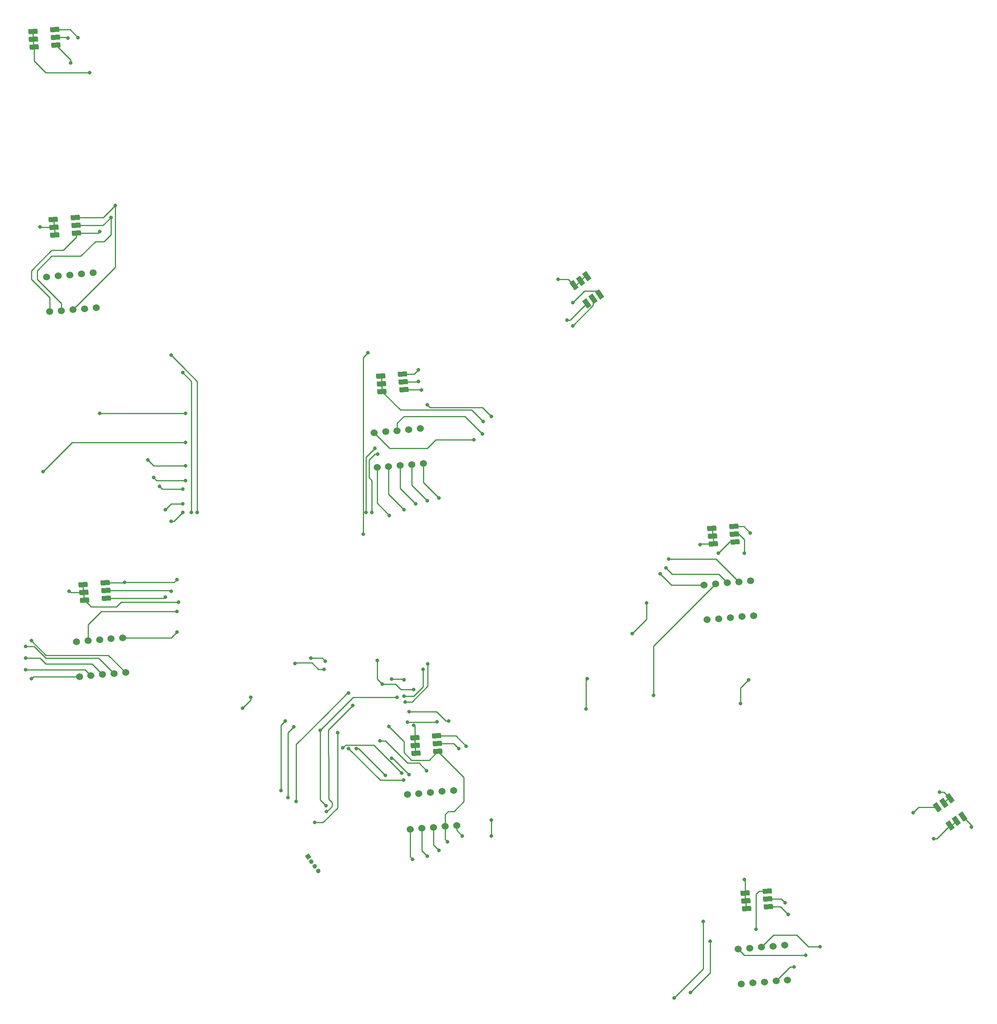
<source format=gbr>
%TF.GenerationSoftware,KiCad,Pcbnew,7.0.10-7.0.10~ubuntu22.04.1*%
%TF.CreationDate,2025-04-20T11:22:11+07:00*%
%TF.ProjectId,catan100,63617461-6e31-4303-902e-6b696361645f,rev?*%
%TF.SameCoordinates,Original*%
%TF.FileFunction,Copper,L1,Top*%
%TF.FilePolarity,Positive*%
%FSLAX46Y46*%
G04 Gerber Fmt 4.6, Leading zero omitted, Abs format (unit mm)*
G04 Created by KiCad (PCBNEW 7.0.10-7.0.10~ubuntu22.04.1) date 2025-04-20 11:22:11*
%MOMM*%
%LPD*%
G01*
G04 APERTURE LIST*
G04 Aperture macros list*
%AMHorizOval*
0 Thick line with rounded ends*
0 $1 width*
0 $2 $3 position (X,Y) of the first rounded end (center of the circle)*
0 $4 $5 position (X,Y) of the second rounded end (center of the circle)*
0 Add line between two ends*
20,1,$1,$2,$3,$4,$5,0*
0 Add two circle primitives to create the rounded ends*
1,1,$1,$2,$3*
1,1,$1,$4,$5*%
%AMRotRect*
0 Rectangle, with rotation*
0 The origin of the aperture is its center*
0 $1 length*
0 $2 width*
0 $3 Rotation angle, in degrees counterclockwise*
0 Add horizontal line*
21,1,$1,$2,0,0,$3*%
G04 Aperture macros list end*
%TA.AperFunction,SMDPad,CuDef*%
%ADD10RotRect,1.100000X2.000000X35.000000*%
%TD*%
%TA.AperFunction,SMDPad,CuDef*%
%ADD11RotRect,1.100000X2.000000X95.000000*%
%TD*%
%TA.AperFunction,ComponentPad*%
%ADD12C,1.524000*%
%TD*%
%TA.AperFunction,ComponentPad*%
%ADD13RotRect,1.000000X1.000000X215.000000*%
%TD*%
%TA.AperFunction,ComponentPad*%
%ADD14HorizOval,1.000000X0.000000X0.000000X0.000000X0.000000X0*%
%TD*%
%TA.AperFunction,ViaPad*%
%ADD15C,0.800000*%
%TD*%
%TA.AperFunction,Conductor*%
%ADD16C,0.250000*%
%TD*%
G04 APERTURE END LIST*
D10*
%TO.P,D8,1,RK*%
%TO.N,Net-(D7-BK)*%
X189779375Y-79354955D03*
%TO.P,D8,2,GK*%
X188386817Y-80330035D03*
%TO.P,D8,3,BK*%
X186994258Y-81305115D03*
%TO.P,D8,4,BA*%
%TO.N,Net-(D2-BA)*%
X189747425Y-85237045D03*
%TO.P,D8,5,GA*%
%TO.N,Net-(D2-GA)*%
X191139983Y-84261965D03*
%TO.P,D8,6,RA*%
%TO.N,Net-(D2-RA)*%
X192532542Y-83286885D03*
%TD*%
D11*
%TO.P,D7,1,RK*%
%TO.N,Net-(D7-BK)*%
X68885768Y-25998443D03*
%TO.P,D7,2,GK*%
X69033933Y-27691974D03*
%TO.P,D7,3,BK*%
X69182097Y-29385505D03*
%TO.P,D7,4,BA*%
%TO.N,Net-(D1-BA)*%
X73963832Y-28967157D03*
%TO.P,D7,5,GA*%
%TO.N,Net-(D1-GA)*%
X73815667Y-27273626D03*
%TO.P,D7,6,RA*%
%TO.N,Net-(D1-RA)*%
X73667503Y-25580095D03*
%TD*%
%TO.P,D2,1,RK*%
%TO.N,Net-(D1-BK)*%
X79876465Y-146569948D03*
%TO.P,D2,2,GK*%
X80024630Y-148263479D03*
%TO.P,D2,3,BK*%
X80172794Y-149957010D03*
%TO.P,D2,4,BA*%
%TO.N,Net-(D2-BA)*%
X84954529Y-149538662D03*
%TO.P,D2,5,GA*%
%TO.N,Net-(D2-GA)*%
X84806364Y-147845131D03*
%TO.P,D2,6,RA*%
%TO.N,Net-(D2-RA)*%
X84658200Y-146151600D03*
%TD*%
%TO.P,D6,1,RK*%
%TO.N,Net-(D5-BK)*%
X224308368Y-213755243D03*
%TO.P,D6,2,GK*%
X224456533Y-215448774D03*
%TO.P,D6,3,BK*%
X224604697Y-217142305D03*
%TO.P,D6,4,BA*%
%TO.N,Net-(D2-BA)*%
X229386432Y-216723957D03*
%TO.P,D6,5,GA*%
%TO.N,Net-(D2-GA)*%
X229238267Y-215030426D03*
%TO.P,D6,6,RA*%
%TO.N,Net-(D2-RA)*%
X229090103Y-213336895D03*
%TD*%
D12*
%TO.P,U4,1,e*%
%TO.N,Net-(D1-BA)*%
X143988394Y-121027453D03*
%TO.P,U4,2,d*%
%TO.N,Net-(D1-GA)*%
X146518729Y-120806077D03*
%TO.P,U4,3,c*%
%TO.N,Net-(D1-RA)*%
X149049063Y-120584702D03*
%TO.P,U4,4,g*%
%TO.N,Net-(D2-BA)*%
X151579398Y-120363326D03*
%TO.P,U4,5,dp*%
%TO.N,Net-(D2-GA)*%
X154109732Y-120141951D03*
%TO.P,U4,6,b*%
%TO.N,Net-(U1-GRID7)*%
X153445606Y-112550947D03*
%TO.P,U4,7,a*%
%TO.N,Net-(D2-RA)*%
X150915271Y-112772323D03*
%TO.P,U4,8,b*%
%TO.N,Net-(D9-RA)*%
X148384937Y-112993698D03*
%TO.P,U4,9,g*%
%TO.N,Net-(U1-GRID8)*%
X145854602Y-113215074D03*
%TO.P,U4,10,f*%
%TO.N,Net-(D9-BA)*%
X143324268Y-113436449D03*
%TD*%
D11*
%TO.P,D1,1,RK*%
%TO.N,Net-(D1-BK)*%
X73356168Y-66994043D03*
%TO.P,D1,2,GK*%
X73504333Y-68687574D03*
%TO.P,D1,3,BK*%
X73652497Y-70381105D03*
%TO.P,D1,4,BA*%
%TO.N,Net-(D1-BA)*%
X78434232Y-69962757D03*
%TO.P,D1,5,GA*%
%TO.N,Net-(D1-GA)*%
X78286067Y-68269226D03*
%TO.P,D1,6,RA*%
%TO.N,Net-(D1-RA)*%
X78137903Y-66575695D03*
%TD*%
D12*
%TO.P,U6,1,e*%
%TO.N,Net-(D1-BA)*%
X216018588Y-154196306D03*
%TO.P,U6,2,d*%
%TO.N,Net-(D1-GA)*%
X218548923Y-153974930D03*
%TO.P,U6,3,c*%
%TO.N,Net-(D1-RA)*%
X221079257Y-153753555D03*
%TO.P,U6,4,g*%
%TO.N,Net-(D2-BA)*%
X223609592Y-153532179D03*
%TO.P,U6,5,dp*%
%TO.N,Net-(D2-GA)*%
X226139926Y-153310804D03*
%TO.P,U6,6,b*%
%TO.N,Net-(U1-GRID3)*%
X225475800Y-145719800D03*
%TO.P,U6,7,a*%
%TO.N,Net-(D2-RA)*%
X222945465Y-145941176D03*
%TO.P,U6,8,b*%
%TO.N,Net-(D9-RA)*%
X220415131Y-146162551D03*
%TO.P,U6,9,g*%
%TO.N,Net-(U1-GRID4)*%
X217884796Y-146383927D03*
%TO.P,U6,10,f*%
%TO.N,Net-(D9-BA)*%
X215354462Y-146605302D03*
%TD*%
%TO.P,U7,1,e*%
%TO.N,Net-(D1-BA)*%
X223435388Y-233596706D03*
%TO.P,U7,2,d*%
%TO.N,Net-(D1-GA)*%
X225965723Y-233375330D03*
%TO.P,U7,3,c*%
%TO.N,Net-(D1-RA)*%
X228496057Y-233153955D03*
%TO.P,U7,4,g*%
%TO.N,Net-(D2-BA)*%
X231026392Y-232932579D03*
%TO.P,U7,5,dp*%
%TO.N,Net-(D2-GA)*%
X233556726Y-232711204D03*
%TO.P,U7,6,b*%
%TO.N,Net-(U1-GRID1)*%
X232892600Y-225120200D03*
%TO.P,U7,7,a*%
%TO.N,Net-(D2-RA)*%
X230362265Y-225341576D03*
%TO.P,U7,8,b*%
%TO.N,Net-(D9-RA)*%
X227831931Y-225562951D03*
%TO.P,U7,9,g*%
%TO.N,Net-(U1-GRID2)*%
X225301596Y-225784327D03*
%TO.P,U7,10,f*%
%TO.N,Net-(D9-BA)*%
X222771262Y-226005702D03*
%TD*%
%TO.P,U2,1,e*%
%TO.N,Net-(D1-BA)*%
X72575123Y-87071330D03*
%TO.P,U2,2,d*%
%TO.N,Net-(D1-GA)*%
X75105458Y-86849954D03*
%TO.P,U2,3,c*%
%TO.N,Net-(D1-RA)*%
X77635792Y-86628579D03*
%TO.P,U2,4,g*%
%TO.N,Net-(D2-BA)*%
X80166127Y-86407203D03*
%TO.P,U2,5,dp*%
%TO.N,Net-(D2-GA)*%
X82696461Y-86185828D03*
%TO.P,U2,6,b*%
%TO.N,Net-(U1-GRID11)*%
X82032335Y-78594824D03*
%TO.P,U2,7,a*%
%TO.N,Net-(D2-RA)*%
X79502000Y-78816200D03*
%TO.P,U2,8,b*%
%TO.N,Net-(D9-RA)*%
X76971666Y-79037575D03*
%TO.P,U2,9,g*%
%TO.N,Net-(U1-GRID12)*%
X74441331Y-79258951D03*
%TO.P,U2,10,f*%
%TO.N,Net-(D9-BA)*%
X71910997Y-79480326D03*
%TD*%
D11*
%TO.P,D3,1,RK*%
%TO.N,Net-(D3-BK)*%
X144780968Y-101080843D03*
%TO.P,D3,2,GK*%
X144929133Y-102774374D03*
%TO.P,D3,3,BK*%
X145077297Y-104467905D03*
%TO.P,D3,4,BA*%
%TO.N,Net-(D1-BA)*%
X149859032Y-104049557D03*
%TO.P,D3,5,GA*%
%TO.N,Net-(D1-GA)*%
X149710867Y-102356026D03*
%TO.P,D3,6,RA*%
%TO.N,Net-(D1-RA)*%
X149562703Y-100662495D03*
%TD*%
%TO.P,D4,1,RK*%
%TO.N,Net-(D3-BK)*%
X152197768Y-179897043D03*
%TO.P,D4,2,GK*%
X152345933Y-181590574D03*
%TO.P,D4,3,BK*%
X152494097Y-183284105D03*
%TO.P,D4,4,BA*%
%TO.N,Net-(D2-BA)*%
X157275832Y-182865757D03*
%TO.P,D4,5,GA*%
%TO.N,Net-(D2-GA)*%
X157127667Y-181172226D03*
%TO.P,D4,6,RA*%
%TO.N,Net-(D2-RA)*%
X156979503Y-179478695D03*
%TD*%
D12*
%TO.P,U5,1,e*%
%TO.N,Net-(D1-BA)*%
X151252794Y-199894453D03*
%TO.P,U5,2,d*%
%TO.N,Net-(D1-GA)*%
X153783129Y-199673077D03*
%TO.P,U5,3,c*%
%TO.N,Net-(D1-RA)*%
X156313463Y-199451702D03*
%TO.P,U5,4,g*%
%TO.N,Net-(D2-BA)*%
X158843798Y-199230326D03*
%TO.P,U5,5,dp*%
%TO.N,Net-(D2-GA)*%
X161374132Y-199008951D03*
%TO.P,U5,6,b*%
%TO.N,Net-(U1-GRID5)*%
X160710006Y-191417947D03*
%TO.P,U5,7,a*%
%TO.N,Net-(D2-RA)*%
X158179671Y-191639323D03*
%TO.P,U5,8,b*%
%TO.N,Net-(D9-RA)*%
X155649337Y-191860698D03*
%TO.P,U5,9,g*%
%TO.N,Net-(U1-GRID6)*%
X153119002Y-192082074D03*
%TO.P,U5,10,f*%
%TO.N,Net-(D9-BA)*%
X150588668Y-192303449D03*
%TD*%
D10*
%TO.P,D9,1,RK*%
%TO.N,Net-(D7-BK)*%
X269027375Y-193146955D03*
%TO.P,D9,2,GK*%
X267634817Y-194122035D03*
%TO.P,D9,3,BK*%
%TO.N,Net-(D5-BK)*%
X266242258Y-195097115D03*
%TO.P,D9,4,BA*%
%TO.N,Net-(D9-BA)*%
X268995425Y-199029045D03*
%TO.P,D9,5,GA*%
X270387983Y-198053965D03*
%TO.P,D9,6,RA*%
%TO.N,Net-(D9-RA)*%
X271780542Y-197078885D03*
%TD*%
D11*
%TO.P,D5,1,RK*%
%TO.N,Net-(D5-BK)*%
X217019536Y-134278643D03*
%TO.P,D5,2,GK*%
X217167701Y-135972174D03*
%TO.P,D5,3,BK*%
X217315865Y-137665705D03*
%TO.P,D5,4,BA*%
%TO.N,Net-(D1-BA)*%
X222097600Y-137247357D03*
%TO.P,D5,5,GA*%
%TO.N,Net-(D1-GA)*%
X221949435Y-135553826D03*
%TO.P,D5,6,RA*%
%TO.N,Net-(D1-RA)*%
X221801271Y-133860295D03*
%TD*%
D12*
%TO.P,U3,1,e*%
%TO.N,Net-(D1-BA)*%
X79052123Y-166598730D03*
%TO.P,U3,2,d*%
%TO.N,Net-(D1-GA)*%
X81582458Y-166377354D03*
%TO.P,U3,3,c*%
%TO.N,Net-(D1-RA)*%
X84112792Y-166155979D03*
%TO.P,U3,4,g*%
%TO.N,Net-(D2-BA)*%
X86643127Y-165934603D03*
%TO.P,U3,5,dp*%
%TO.N,Net-(D2-GA)*%
X89173461Y-165713228D03*
%TO.P,U3,6,b*%
%TO.N,Net-(U1-GRID9)*%
X88509335Y-158122224D03*
%TO.P,U3,7,a*%
%TO.N,Net-(D2-RA)*%
X85979000Y-158343600D03*
%TO.P,U3,8,b*%
%TO.N,Net-(D9-RA)*%
X83448666Y-158564975D03*
%TO.P,U3,9,g*%
%TO.N,Net-(U1-GRID10)*%
X80918331Y-158786351D03*
%TO.P,U3,10,f*%
%TO.N,Net-(D9-BA)*%
X78387997Y-159007726D03*
%TD*%
D13*
%TO.P,J1,1,Pin_1*%
%TO.N,Net-(J1-Pin_1)*%
X128938558Y-205842677D03*
D14*
%TO.P,J1,2,Pin_2*%
%TO.N,Net-(J1-Pin_2)*%
X129667000Y-206883000D03*
%TO.P,J1,3,Pin_3*%
%TO.N,Net-(J1-Pin_3)*%
X130395442Y-207923323D03*
%TO.P,J1,4,Pin_4*%
%TO.N,Net-(J1-Pin_4)*%
X131123884Y-208963646D03*
%TD*%
D15*
%TO.N,Net-(J1-Pin_1)*%
X138684000Y-172847000D03*
X132969000Y-195961000D03*
%TO.N,Net-(J1-Pin_2)*%
X130429000Y-198374000D03*
X135382000Y-178816000D03*
%TO.N,Net-(D1-BK)*%
X126111000Y-163703000D03*
X100711000Y-150368000D03*
X70485000Y-68580000D03*
X132461000Y-164973000D03*
X76835000Y-147955000D03*
%TO.N,Net-(D1-BA)*%
X145796000Y-188087000D03*
X93980000Y-119380000D03*
X83489800Y-69596000D03*
X102235000Y-120650000D03*
X139446000Y-182245000D03*
X153670000Y-104140000D03*
X77139800Y-32867600D03*
X151765000Y-206375000D03*
X218440000Y-139700000D03*
X146685000Y-131445000D03*
X68580000Y-167005000D03*
%TO.N,Net-(D1-GA)*%
X154051000Y-164973000D03*
X102235000Y-123825000D03*
X149860000Y-170815000D03*
X76530200Y-27406600D03*
X153035000Y-102235000D03*
X224155000Y-139700000D03*
X154940000Y-205740000D03*
X95250000Y-123190000D03*
X149860000Y-130175000D03*
X85953600Y-66522600D03*
X67310000Y-165100000D03*
%TO.N,Net-(D1-RA)*%
X225425000Y-135255000D03*
X157480000Y-204470000D03*
X78740000Y-27305000D03*
X67310000Y-162560000D03*
X153035000Y-99695000D03*
X101600000Y-125730000D03*
X86893400Y-63931800D03*
X96520000Y-125095000D03*
X150114000Y-172085000D03*
X152400000Y-128905000D03*
X155067000Y-163830000D03*
%TO.N,Net-(D2-BA)*%
X154940000Y-128270000D03*
X234950000Y-229870000D03*
X97790000Y-149225000D03*
X97790000Y-130175000D03*
X159385000Y-202565000D03*
X101600000Y-128905000D03*
X233680000Y-218440000D03*
X185420000Y-88900000D03*
X67310000Y-160020000D03*
X146558000Y-177419000D03*
%TO.N,Net-(D2-GA)*%
X162560000Y-201295000D03*
X68580000Y-158750000D03*
X157480000Y-127635000D03*
X233045000Y-215900000D03*
X99060000Y-147955000D03*
X168910000Y-201295000D03*
X168910000Y-197866000D03*
X99060000Y-132715000D03*
X186690000Y-90170000D03*
X159639000Y-176276000D03*
X101600000Y-130810000D03*
X161798000Y-182245000D03*
X151003000Y-174244000D03*
%TO.N,Net-(D2-RA)*%
X163449000Y-181737000D03*
X186690000Y-85090000D03*
X207645000Y-140970000D03*
X88900000Y-146050000D03*
X154940000Y-107315000D03*
X154813000Y-187071000D03*
X168910000Y-109855000D03*
X144653000Y-180594000D03*
X226665344Y-221644656D03*
X100330000Y-145415000D03*
%TO.N,Net-(D3-BK)*%
X152019000Y-177165000D03*
X167132000Y-110998000D03*
%TO.N,Net-(D5-BK)*%
X260985000Y-196215000D03*
X149860000Y-167259000D03*
X224155000Y-210820000D03*
X202819000Y-150495000D03*
X214503000Y-137795000D03*
X199644000Y-157226000D03*
X189801500Y-167068500D03*
X189611000Y-173609000D03*
X147193000Y-167132000D03*
%TO.N,Net-(J1-Pin_3)*%
X126365000Y-193802000D03*
X137795000Y-170180000D03*
%TO.N,Net-(J1-Pin_4)*%
X131572000Y-178308000D03*
X132842000Y-194691000D03*
X148336000Y-171069000D03*
%TO.N,Net-(U1-GRID12)*%
X99060000Y-96520000D03*
X132715000Y-163195000D03*
X129540000Y-162560000D03*
X104775000Y-130810000D03*
%TO.N,Net-(D7-BK)*%
X145097500Y-168211500D03*
X140970000Y-135509000D03*
X183515000Y-80010000D03*
X141986000Y-96012000D03*
X266700000Y-191770000D03*
X144018000Y-163068000D03*
X152019000Y-169418000D03*
X81280000Y-34925000D03*
%TO.N,Net-(D9-BA)*%
X137795000Y-182245000D03*
X102235000Y-115570000D03*
X265430000Y-201930000D03*
X165100000Y-114935000D03*
X149796500Y-189166500D03*
X205740000Y-144145000D03*
X237490000Y-227330000D03*
X71120000Y-121920000D03*
%TO.N,Net-(D9-RA)*%
X167005000Y-113665000D03*
X207010000Y-142875000D03*
X83448666Y-109220000D03*
X149352000Y-187579000D03*
X102235000Y-109220000D03*
X273685000Y-199390000D03*
X240665000Y-225425000D03*
X136525000Y-182118000D03*
%TO.N,Net-(U1-GRID1)*%
X208788000Y-236601000D03*
X124587000Y-192913000D03*
X215138000Y-219964000D03*
X125857000Y-177546000D03*
%TO.N,Net-(U1-GRID2)*%
X216662000Y-224282000D03*
X123063000Y-191389000D03*
X123952000Y-176276000D03*
X212344000Y-235458000D03*
%TO.N,Net-(U1-GRID3)*%
X150622000Y-176530000D03*
X157099000Y-176403000D03*
X223266000Y-172466000D03*
X225044000Y-167259000D03*
%TO.N,Net-(U1-GRID4)*%
X204343000Y-170688000D03*
%TO.N,Net-(U1-GRID6)*%
X151003000Y-187960000D03*
X147193000Y-184404000D03*
X114681000Y-173482000D03*
X116459000Y-171069000D03*
%TO.N,Net-(U1-GRID7)*%
X142875000Y-130810000D03*
X144145000Y-118110000D03*
%TO.N,Net-(U1-GRID8)*%
X141605000Y-130810000D03*
X143510000Y-116840000D03*
%TO.N,Net-(U1-GRID9)*%
X100330000Y-156845000D03*
%TO.N,Net-(U1-GRID10)*%
X100330000Y-152400000D03*
%TO.N,Net-(U1-GRID11)*%
X101600000Y-100330000D03*
X103505000Y-130810000D03*
%TD*%
D16*
%TO.N,Net-(J1-Pin_1)*%
X133350000Y-178181000D02*
X133350000Y-183896000D01*
X133096000Y-195961000D02*
X132969000Y-195961000D01*
X133467000Y-184013000D02*
X133467000Y-193284000D01*
X134239000Y-194056000D02*
X134239000Y-194818000D01*
X133467000Y-193284000D02*
X134239000Y-194056000D01*
X133350000Y-183896000D02*
X133467000Y-184013000D01*
X138684000Y-172847000D02*
X133350000Y-178181000D01*
X134239000Y-194818000D02*
X133096000Y-195961000D01*
%TO.N,Net-(J1-Pin_2)*%
X132207000Y-198374000D02*
X130429000Y-198374000D01*
X135382000Y-178816000D02*
X135382000Y-195199000D01*
X135382000Y-195199000D02*
X132207000Y-198374000D01*
%TO.N,Net-(D1-BK)*%
X88138000Y-150368000D02*
X87122000Y-151384000D01*
X73652497Y-68835738D02*
X73504333Y-68687574D01*
X80024630Y-149808846D02*
X80172794Y-149957010D01*
X132461000Y-164973000D02*
X131191000Y-164973000D01*
X73504333Y-67142208D02*
X73356168Y-66994043D01*
X126238000Y-163576000D02*
X126111000Y-163703000D01*
X73652497Y-70381105D02*
X73652497Y-68835738D01*
X129794000Y-163576000D02*
X126238000Y-163576000D01*
X87122000Y-151384000D02*
X81599784Y-151384000D01*
X73504333Y-68687574D02*
X70592574Y-68687574D01*
X77143479Y-148263479D02*
X80024630Y-148263479D01*
X80024630Y-148263479D02*
X80024630Y-149808846D01*
X73504333Y-68687574D02*
X73504333Y-67142208D01*
X100711000Y-150368000D02*
X88138000Y-150368000D01*
X76835000Y-147955000D02*
X77143479Y-148263479D01*
X70592574Y-68687574D02*
X70485000Y-68580000D01*
X79876465Y-148115314D02*
X80024630Y-148263479D01*
X81599784Y-151384000D02*
X80172794Y-149957010D01*
X131191000Y-164973000D02*
X129794000Y-163576000D01*
X79876465Y-146569948D02*
X79876465Y-148115314D01*
%TO.N,Net-(D1-BA)*%
X68580000Y-80010000D02*
X68580000Y-78105000D01*
X77139800Y-32143125D02*
X77139800Y-32867600D01*
X153670000Y-104140000D02*
X153579557Y-104049557D01*
X139954000Y-182245000D02*
X139446000Y-182245000D01*
X151765000Y-206375000D02*
X151252794Y-205862794D01*
X68986270Y-166598730D02*
X79052123Y-166598730D01*
X222097600Y-137247357D02*
X220892643Y-137247357D01*
X151252794Y-205862794D02*
X151252794Y-199894453D01*
X68580000Y-167005000D02*
X68986270Y-166598730D01*
X102235000Y-120650000D02*
X95250000Y-120650000D01*
X68580000Y-78105000D02*
X73025000Y-73660000D01*
X72575123Y-84005123D02*
X68580000Y-80010000D01*
X75565000Y-73660000D02*
X78434232Y-70790768D01*
X95250000Y-120650000D02*
X93980000Y-119380000D01*
X146685000Y-131445000D02*
X143988394Y-128748394D01*
X220892643Y-137247357D02*
X218440000Y-139700000D01*
X73963832Y-28967157D02*
X77139800Y-32143125D01*
X83489800Y-69596000D02*
X83123043Y-69962757D01*
X72575123Y-87071330D02*
X72575123Y-84005123D01*
X145796000Y-188087000D02*
X139954000Y-182245000D01*
X78434232Y-70790768D02*
X78434232Y-69962757D01*
X83123043Y-69962757D02*
X78434232Y-69962757D01*
X153579557Y-104049557D02*
X149859032Y-104049557D01*
X73025000Y-73660000D02*
X75565000Y-73660000D01*
X143988394Y-128748394D02*
X143988394Y-121027453D01*
%TO.N,Net-(D1-GA)*%
X154051000Y-168783000D02*
X154051000Y-164973000D01*
X75105458Y-85265458D02*
X69850000Y-80010000D01*
X152913974Y-102356026D02*
X149710867Y-102356026D01*
X82550000Y-71755000D02*
X84455000Y-71755000D01*
X153035000Y-102235000D02*
X152913974Y-102356026D01*
X95885000Y-123825000D02*
X95250000Y-123190000D01*
X69850000Y-80010000D02*
X69850000Y-78105000D01*
X75105458Y-86849954D02*
X75105458Y-85265458D01*
X76397226Y-27273626D02*
X73815667Y-27273626D01*
X84455000Y-71755000D02*
X85953600Y-70256400D01*
X76530200Y-27406600D02*
X76397226Y-27273626D01*
X67310000Y-165100000D02*
X80305104Y-165100000D01*
X224155000Y-136755571D02*
X224155000Y-139700000D01*
X73025000Y-74930000D02*
X79375000Y-74930000D01*
X149860000Y-170815000D02*
X152019000Y-170815000D01*
X221949435Y-135553826D02*
X222953255Y-135553826D01*
X154940000Y-205740000D02*
X153783129Y-204583129D01*
X78286067Y-68269226D02*
X84206974Y-68269226D01*
X85953600Y-70256400D02*
X85953600Y-66522600D01*
X69850000Y-78105000D02*
X73025000Y-74930000D01*
X222953255Y-135553826D02*
X224155000Y-136755571D01*
X79375000Y-74930000D02*
X82550000Y-71755000D01*
X152019000Y-170815000D02*
X154051000Y-168783000D01*
X102235000Y-123825000D02*
X95885000Y-123825000D01*
X153783129Y-204583129D02*
X153783129Y-199673077D01*
X84206974Y-68269226D02*
X85953600Y-66522600D01*
X146518729Y-126833729D02*
X146518729Y-120806077D01*
X80305104Y-165100000D02*
X81582458Y-166377354D01*
X149860000Y-130175000D02*
X146518729Y-126833729D01*
%TO.N,Net-(D1-RA)*%
X86893400Y-77370971D02*
X86893400Y-63931800D01*
X221801271Y-133860295D02*
X224030295Y-133860295D01*
X101600000Y-125730000D02*
X97155000Y-125730000D01*
X97155000Y-125730000D02*
X96520000Y-125095000D01*
X153035000Y-99695000D02*
X152067505Y-100662495D01*
X150114000Y-172085000D02*
X151638000Y-172085000D01*
X77635792Y-86628579D02*
X86893400Y-77370971D01*
X81786813Y-163830000D02*
X84112792Y-166155979D01*
X73667503Y-25580095D02*
X77015095Y-25580095D01*
X149049063Y-125554063D02*
X149049063Y-120584702D01*
X152400000Y-128905000D02*
X149049063Y-125554063D01*
X155067000Y-168656000D02*
X155067000Y-163830000D01*
X157480000Y-204470000D02*
X156313463Y-203303463D01*
X71755000Y-163830000D02*
X81786813Y-163830000D01*
X152067505Y-100662495D02*
X149562703Y-100662495D01*
X156313463Y-203303463D02*
X156313463Y-199451702D01*
X70485000Y-162560000D02*
X71755000Y-163830000D01*
X224030295Y-133860295D02*
X225425000Y-135255000D01*
X78137903Y-66575695D02*
X84249505Y-66575695D01*
X77015095Y-25580095D02*
X78740000Y-27305000D01*
X67310000Y-162560000D02*
X70485000Y-162560000D01*
X151638000Y-172085000D02*
X155067000Y-168656000D01*
X84249505Y-66575695D02*
X86893400Y-63931800D01*
%TO.N,Net-(D2-BA)*%
X155356589Y-184785000D02*
X157275832Y-182865757D01*
X101600000Y-128905000D02*
X99060000Y-128905000D01*
X231963957Y-216723957D02*
X233680000Y-218440000D01*
X67310000Y-160020000D02*
X69215000Y-160020000D01*
X97476338Y-149538662D02*
X97790000Y-149225000D01*
X151579398Y-124909398D02*
X151579398Y-120363326D01*
X151511000Y-184785000D02*
X155356589Y-184785000D01*
X157275832Y-182865757D02*
X162941000Y-188530925D01*
X159385000Y-202565000D02*
X158843798Y-202023798D01*
X149860000Y-183134000D02*
X151511000Y-184785000D01*
X162941000Y-188530925D02*
X162941000Y-193802000D01*
X229386432Y-216723957D02*
X231963957Y-216723957D01*
X160782000Y-195961000D02*
X159512000Y-195961000D01*
X83268524Y-162560000D02*
X86643127Y-165934603D01*
X146558000Y-177419000D02*
X149860000Y-180721000D01*
X158843798Y-202023798D02*
X158843798Y-199230326D01*
X234088971Y-229870000D02*
X231026392Y-232932579D01*
X158843798Y-196629202D02*
X158843798Y-199230326D01*
X189747425Y-85237045D02*
X186084470Y-88900000D01*
X99060000Y-128905000D02*
X97790000Y-130175000D01*
X186084470Y-88900000D02*
X185420000Y-88900000D01*
X159512000Y-195961000D02*
X158843798Y-196629202D01*
X234950000Y-229870000D02*
X234088971Y-229870000D01*
X154940000Y-128270000D02*
X151579398Y-124909398D01*
X149860000Y-180721000D02*
X149860000Y-183134000D01*
X162941000Y-193802000D02*
X160782000Y-195961000D01*
X84954529Y-149538662D02*
X97476338Y-149538662D01*
X69215000Y-160020000D02*
X71755000Y-162560000D01*
X71755000Y-162560000D02*
X83268524Y-162560000D01*
%TO.N,Net-(D2-GA)*%
X191139983Y-85720017D02*
X186690000Y-90170000D01*
X191139983Y-84261965D02*
X191139983Y-85720017D01*
X151003000Y-174244000D02*
X156972000Y-174244000D01*
X160725226Y-181172226D02*
X161798000Y-182245000D01*
X101600000Y-130810000D02*
X99695000Y-132715000D01*
X98950131Y-147845131D02*
X99060000Y-147955000D01*
X154109732Y-124264732D02*
X154109732Y-120141951D01*
X232175426Y-215030426D02*
X233045000Y-215900000D01*
X159766000Y-181172226D02*
X160725226Y-181172226D01*
X161374132Y-200109132D02*
X161374132Y-199008951D01*
X229238267Y-215030426D02*
X232175426Y-215030426D01*
X157480000Y-127635000D02*
X154109732Y-124264732D01*
X99695000Y-132715000D02*
X99060000Y-132715000D01*
X159004000Y-176276000D02*
X159639000Y-176276000D01*
X85385233Y-161925000D02*
X89173461Y-165713228D01*
X158686500Y-175958500D02*
X159004000Y-176276000D01*
X156972000Y-174244000D02*
X158686500Y-175958500D01*
X159766000Y-181172226D02*
X157127667Y-181172226D01*
X71755000Y-161925000D02*
X85385233Y-161925000D01*
X84806364Y-147845131D02*
X98950131Y-147845131D01*
X168910000Y-197866000D02*
X168910000Y-201295000D01*
X162560000Y-201295000D02*
X161374132Y-200109132D01*
X68580000Y-158750000D02*
X71755000Y-161925000D01*
%TO.N,Net-(D2-RA)*%
X99695000Y-146050000D02*
X88900000Y-146050000D01*
X144653000Y-180594000D02*
X145796000Y-180594000D01*
X145796000Y-180594000D02*
X150622000Y-185420000D01*
X217974289Y-140970000D02*
X207645000Y-140970000D01*
X189211130Y-82568870D02*
X186690000Y-85090000D01*
X100330000Y-145415000D02*
X99695000Y-146050000D01*
X227353105Y-213336895D02*
X226695000Y-213995000D01*
X161190695Y-179478695D02*
X163449000Y-181737000D01*
X168910000Y-109855000D02*
X167005000Y-107950000D01*
X167005000Y-107950000D02*
X155575000Y-107950000D01*
X84658200Y-146151600D02*
X88798400Y-146151600D01*
X191814527Y-82568870D02*
X189211130Y-82568870D01*
X226695000Y-221615000D02*
X226665344Y-221644656D01*
X226695000Y-213995000D02*
X226695000Y-221615000D01*
X222945465Y-145941176D02*
X217974289Y-140970000D01*
X155575000Y-107950000D02*
X154940000Y-107315000D01*
X192532542Y-83286885D02*
X191814527Y-82568870D01*
X150622000Y-185420000D02*
X153162000Y-185420000D01*
X156979503Y-179478695D02*
X161190695Y-179478695D01*
X88798400Y-146151600D02*
X88900000Y-146050000D01*
X153162000Y-185420000D02*
X154813000Y-187071000D01*
X229090103Y-213336895D02*
X227353105Y-213336895D01*
%TO.N,Net-(D3-BK)*%
X152197768Y-181442409D02*
X152345933Y-181590574D01*
X144929133Y-101229008D02*
X144780968Y-101080843D01*
X152197768Y-179897043D02*
X152197768Y-181442409D01*
X144929133Y-102774374D02*
X144929133Y-101229008D01*
X152345933Y-183135941D02*
X152494097Y-183284105D01*
X164592000Y-108458000D02*
X149067392Y-108458000D01*
X167132000Y-110998000D02*
X164592000Y-108458000D01*
X152019000Y-177165000D02*
X152197768Y-177343768D01*
X145077297Y-104467905D02*
X145077297Y-102922538D01*
X152345933Y-181590574D02*
X152345933Y-183135941D01*
X145077297Y-102922538D02*
X144929133Y-102774374D01*
X149067392Y-108458000D02*
X145077297Y-104467905D01*
X152197768Y-177343768D02*
X152197768Y-179897043D01*
%TO.N,Net-(D5-BK)*%
X147193000Y-167132000D02*
X149733000Y-167132000D01*
X224308368Y-210973368D02*
X224308368Y-213755243D01*
X217315865Y-137665705D02*
X217315865Y-136120338D01*
X224456533Y-216994141D02*
X224604697Y-217142305D01*
X217167701Y-134426808D02*
X217019536Y-134278643D01*
X224308368Y-213755243D02*
X224308368Y-215300609D01*
X217167701Y-135972174D02*
X217167701Y-134426808D01*
X189611000Y-173609000D02*
X189611000Y-167259000D01*
X266242258Y-195097115D02*
X262102885Y-195097115D01*
X214632295Y-137665705D02*
X217315865Y-137665705D01*
X224456533Y-215448774D02*
X224456533Y-216994141D01*
X214503000Y-137795000D02*
X214632295Y-137665705D01*
X224308368Y-215300609D02*
X224456533Y-215448774D01*
X189611000Y-167259000D02*
X189801500Y-167068500D01*
X262102885Y-195097115D02*
X260985000Y-196215000D01*
X224155000Y-210820000D02*
X224308368Y-210973368D01*
X149733000Y-167132000D02*
X149860000Y-167259000D01*
X202819000Y-154051000D02*
X202819000Y-150495000D01*
X217315865Y-136120338D02*
X217167701Y-135972174D01*
X199644000Y-157226000D02*
X202819000Y-154051000D01*
%TO.N,Net-(J1-Pin_3)*%
X126365000Y-181356000D02*
X132842000Y-174879000D01*
X132842000Y-174879000D02*
X137541000Y-170180000D01*
X126365000Y-193802000D02*
X126365000Y-181356000D01*
X137541000Y-170180000D02*
X137795000Y-170180000D01*
%TO.N,Net-(J1-Pin_4)*%
X132080000Y-177800000D02*
X131572000Y-178308000D01*
X131572000Y-178308000D02*
X131572000Y-193421000D01*
X131572000Y-193421000D02*
X132842000Y-194691000D01*
X148336000Y-171069000D02*
X138811000Y-171069000D01*
X138811000Y-171069000D02*
X132080000Y-177800000D01*
%TO.N,Net-(U1-GRID12)*%
X101600000Y-99060000D02*
X99060000Y-96520000D01*
X104775000Y-102235000D02*
X101600000Y-99060000D01*
X132715000Y-163195000D02*
X132080000Y-162560000D01*
X104775000Y-130810000D02*
X104775000Y-102235000D01*
X132080000Y-162560000D02*
X129540000Y-162560000D01*
%TO.N,Net-(D7-BK)*%
X69182097Y-29385505D02*
X69182097Y-32352097D01*
X187411737Y-81305115D02*
X188386817Y-80330035D01*
X69033933Y-29237341D02*
X69182097Y-29385505D01*
X140970000Y-97028000D02*
X140970000Y-135509000D01*
X186994258Y-81305115D02*
X187411737Y-81305115D01*
X185699143Y-80010000D02*
X186994258Y-81305115D01*
X183515000Y-80010000D02*
X185699143Y-80010000D01*
X269027375Y-193146955D02*
X268609897Y-193146955D01*
X189361897Y-79354955D02*
X188386817Y-80330035D01*
X69215000Y-32385000D02*
X71755000Y-34925000D01*
X68885768Y-25998443D02*
X68885768Y-27543809D01*
X148018500Y-168211500D02*
X149225000Y-169418000D01*
X269027375Y-193146955D02*
X267650420Y-191770000D01*
X149225000Y-169418000D02*
X152019000Y-169418000D01*
X71755000Y-34925000D02*
X81280000Y-34925000D01*
X141986000Y-96012000D02*
X140970000Y-97028000D01*
X267650420Y-191770000D02*
X266700000Y-191770000D01*
X144018000Y-167132000D02*
X145097500Y-168211500D01*
X69182097Y-32352097D02*
X69215000Y-32385000D01*
X69033933Y-27691974D02*
X69033933Y-29237341D01*
X145097500Y-168211500D02*
X148018500Y-168211500D01*
X189779375Y-79354955D02*
X189361897Y-79354955D01*
X68885768Y-27543809D02*
X69033933Y-27691974D01*
X144018000Y-163068000D02*
X144018000Y-167132000D01*
X268609897Y-193146955D02*
X267634817Y-194122035D01*
%TO.N,Net-(D9-BA)*%
X137795000Y-182245000D02*
X144716500Y-189166500D01*
X268995425Y-199029045D02*
X266094470Y-201930000D01*
X102235000Y-115570000D02*
X77470000Y-115570000D01*
X215354462Y-146605302D02*
X208200302Y-146605302D01*
X146727819Y-116840000D02*
X143324268Y-113436449D01*
X77470000Y-115570000D02*
X71120000Y-121920000D01*
X269412903Y-199029045D02*
X270387983Y-198053965D01*
X224095560Y-227330000D02*
X222771262Y-226005702D01*
X266094470Y-201930000D02*
X265430000Y-201930000D01*
X268995425Y-199029045D02*
X269412903Y-199029045D01*
X156845000Y-114935000D02*
X154940000Y-116840000D01*
X154940000Y-116840000D02*
X146727819Y-116840000D01*
X144716500Y-189166500D02*
X149796500Y-189166500D01*
X165100000Y-114935000D02*
X156845000Y-114935000D01*
X208200302Y-146605302D02*
X205740000Y-144145000D01*
X237490000Y-227330000D02*
X224095560Y-227330000D01*
%TO.N,Net-(D9-RA)*%
X102235000Y-109220000D02*
X83448666Y-109220000D01*
X271780542Y-197078885D02*
X273685000Y-198983343D01*
X167005000Y-113665000D02*
X163195000Y-109855000D01*
X238125000Y-225425000D02*
X235585000Y-222885000D01*
X220415131Y-146162551D02*
X218527606Y-144275026D01*
X208410026Y-144275026D02*
X207010000Y-142875000D01*
X218527606Y-144275026D02*
X208410026Y-144275026D01*
X136525000Y-182118000D02*
X137160000Y-181483000D01*
X235585000Y-222885000D02*
X230509882Y-222885000D01*
X230509882Y-222885000D02*
X227831931Y-225562951D01*
X273685000Y-198983343D02*
X273685000Y-199390000D01*
X137160000Y-181483000D02*
X143256000Y-181483000D01*
X240665000Y-225425000D02*
X238125000Y-225425000D01*
X163195000Y-109855000D02*
X149860000Y-109855000D01*
X143256000Y-181483000D02*
X149352000Y-187579000D01*
X148384937Y-111330063D02*
X148384937Y-112993698D01*
X149860000Y-109855000D02*
X148384937Y-111330063D01*
%TO.N,Net-(U1-GRID1)*%
X215138000Y-219964000D02*
X215138000Y-230251000D01*
X124587000Y-192913000D02*
X124587000Y-178816000D01*
X124587000Y-178816000D02*
X125857000Y-177546000D01*
X215138000Y-230251000D02*
X208788000Y-236601000D01*
%TO.N,Net-(U1-GRID2)*%
X123063000Y-177165000D02*
X123952000Y-176276000D01*
X216662000Y-224282000D02*
X216662000Y-231140000D01*
X123063000Y-191389000D02*
X123063000Y-177165000D01*
X216662000Y-231140000D02*
X212344000Y-235458000D01*
%TO.N,Net-(U1-GRID3)*%
X156972000Y-176530000D02*
X157099000Y-176403000D01*
X150622000Y-176530000D02*
X156972000Y-176530000D01*
X223266000Y-172466000D02*
X223266000Y-169037000D01*
X223266000Y-169037000D02*
X225044000Y-167259000D01*
%TO.N,Net-(U1-GRID4)*%
X204343000Y-170688000D02*
X204343000Y-159925723D01*
X204343000Y-159925723D02*
X217884796Y-146383927D01*
%TO.N,Net-(U1-GRID6)*%
X114681000Y-173482000D02*
X116459000Y-171704000D01*
X116459000Y-171704000D02*
X116459000Y-171069000D01*
X151003000Y-187960000D02*
X147447000Y-184404000D01*
X147447000Y-184404000D02*
X147193000Y-184404000D01*
%TO.N,Net-(U1-GRID7)*%
X142240000Y-123190000D02*
X142240000Y-119380000D01*
X143510000Y-118110000D02*
X144145000Y-118110000D01*
X142875000Y-123825000D02*
X142240000Y-123190000D01*
X142240000Y-119380000D02*
X143510000Y-118110000D01*
X142875000Y-130810000D02*
X142875000Y-123825000D01*
%TO.N,Net-(U1-GRID8)*%
X141605000Y-130810000D02*
X141605000Y-118745000D01*
X141605000Y-118745000D02*
X143510000Y-116840000D01*
%TO.N,Net-(U1-GRID9)*%
X99052776Y-158122224D02*
X88509335Y-158122224D01*
X100330000Y-156845000D02*
X99052776Y-158122224D01*
%TO.N,Net-(U1-GRID10)*%
X83820000Y-152400000D02*
X80918331Y-155301669D01*
X80918331Y-155301669D02*
X80918331Y-158786351D01*
X100330000Y-152400000D02*
X83820000Y-152400000D01*
%TO.N,Net-(U1-GRID11)*%
X103505000Y-130810000D02*
X103505000Y-102235000D01*
X103505000Y-102235000D02*
X101600000Y-100330000D01*
%TD*%
M02*

</source>
